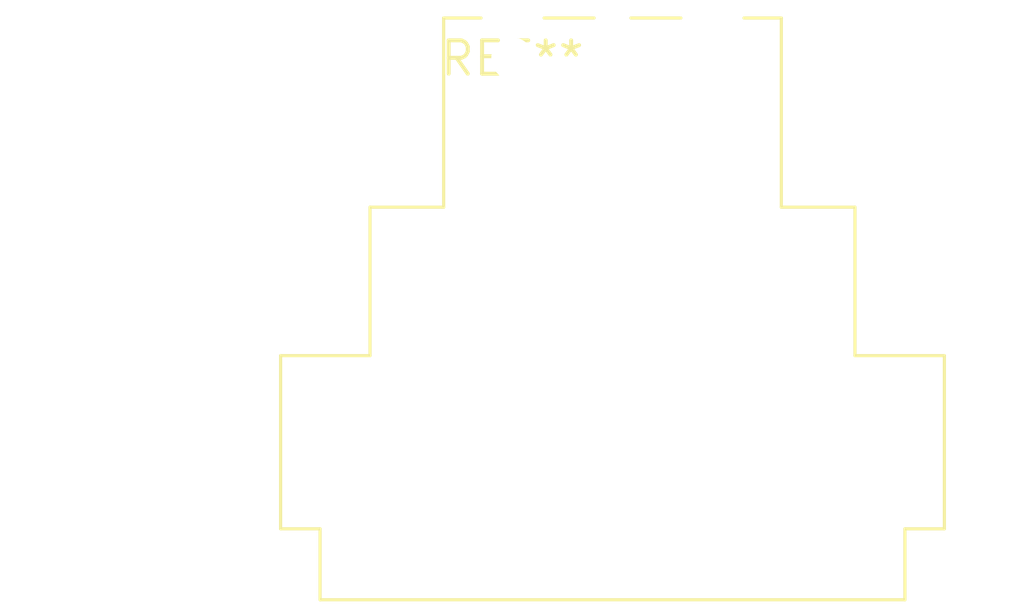
<source format=kicad_pcb>
(kicad_pcb (version 20240108) (generator pcbnew)
  (layers (0 "F.Cu" signal) (31 "B.Cu" signal) (34 "B.Paste" user) (35 "F.Paste" user) (36 "B.SilkS" user "B.Silkscreen") (37 "F.SilkS" user "F.Silkscreen") (38 "B.Mask" user) (39 "F.Mask" user) (44 "Edge.Cuts" user))
  (net 0 "")
  (footprint "Jack_XLR_Neutrik_NC3MBH-B_Horizontal" (layer "F.Cu") (at 0 0)
    (property "Reference" "REF**")
    (property "Value" "Jack_XLR_Neutrik_NC3MBH-B_Horizontal")
    (fp_line (start -8.81 11.31) (end -5.41 11.31) (layer "F.SilkS") (stroke (width 0.12)))
    (fp_line (start -8.81 17.9) (end -8.81 11.31) (layer "F.SilkS") (stroke (width 0.12)))
    (fp_line (start -7.31 17.9) (end -8.81 17.9) (layer "F.SilkS") (stroke (width 0.12)))
    (fp_line (start -7.31 17.9) (end -7.31 20.6) (layer "F.SilkS") (stroke (width 0.12)))
    (fp_line (start -5.41 11.31) (end -5.41 5.66) (layer "F.SilkS") (stroke (width 0.12)))
    (fp_line (start -2.61 5.66) (end -5.41 5.66) (layer "F.SilkS") (stroke (width 0.12)))
    (fp_line (start -2.61 5.66) (end -2.61 -1.54) (layer "F.SilkS") (stroke (width 0.12)))
    (fp_line (start -1.19 -1.54) (end -2.61 -1.54) (layer "F.SilkS") (stroke (width 0.12)))
    (fp_line (start 3.11 -1.54) (end 1.21 -1.54) (layer "F.SilkS") (stroke (width 0.12)))
    (fp_line (start 4.51 -1.54) (end 6.41 -1.54) (layer "F.SilkS") (stroke (width 0.12)))
    (fp_line (start 10.23 -1.54) (end 8.81 -1.54) (layer "F.SilkS") (stroke (width 0.12)))
    (fp_line (start 10.23 5.66) (end 10.23 -1.54) (layer "F.SilkS") (stroke (width 0.12)))
    (fp_line (start 10.23 5.66) (end 13.03 5.66) (layer "F.SilkS") (stroke (width 0.12)))
    (fp_line (start 13.03 11.31) (end 13.03 5.66) (layer "F.SilkS") (stroke (width 0.12)))
    (fp_line (start 13.03 11.31) (end 16.43 11.31) (layer "F.SilkS") (stroke (width 0.12)))
    (fp_line (start 14.93 17.9) (end 14.93 20.6) (layer "F.SilkS") (stroke (width 0.12)))
    (fp_line (start 14.93 20.6) (end -7.31 20.6) (layer "F.SilkS") (stroke (width 0.12)))
    (fp_line (start 16.43 17.9) (end 14.93 17.9) (layer "F.SilkS") (stroke (width 0.12)))
    (fp_line (start 16.43 17.9) (end 16.43 11.31) (layer "F.SilkS") (stroke (width 0.12)))
    (pad "" np_thru_hole circle (at 0 8.89) (size 1.6 1.6) (drill 1.6) (layers *.Cu *.Mask))
    (pad "" np_thru_hole circle (at 7.62 13.97) (size 1.6 1.6) (drill 1.6) (layers *.Cu *.Mask))
    (pad "1" thru_hole circle (at 0 0) (size 3.4 3.4) (drill 1.6) (layers *.Cu *.Mask) (remove_unused_layers))
    (pad "2" thru_hole circle (at 7.62 0) (size 3.4 3.4) (drill 1.6) (layers *.Cu *.Mask) (remove_unused_layers))
    (pad "3" thru_hole circle (at 3.81 0) (size 2.9 2.9) (drill 1.2) (layers *.Cu *.Mask) (remove_unused_layers))
    (pad "G" thru_hole circle (at 3.81 5.08) (size 2.9 2.9) (drill 1.2) (layers *.Cu *.Mask) (remove_unused_layers))
  )
)
</source>
